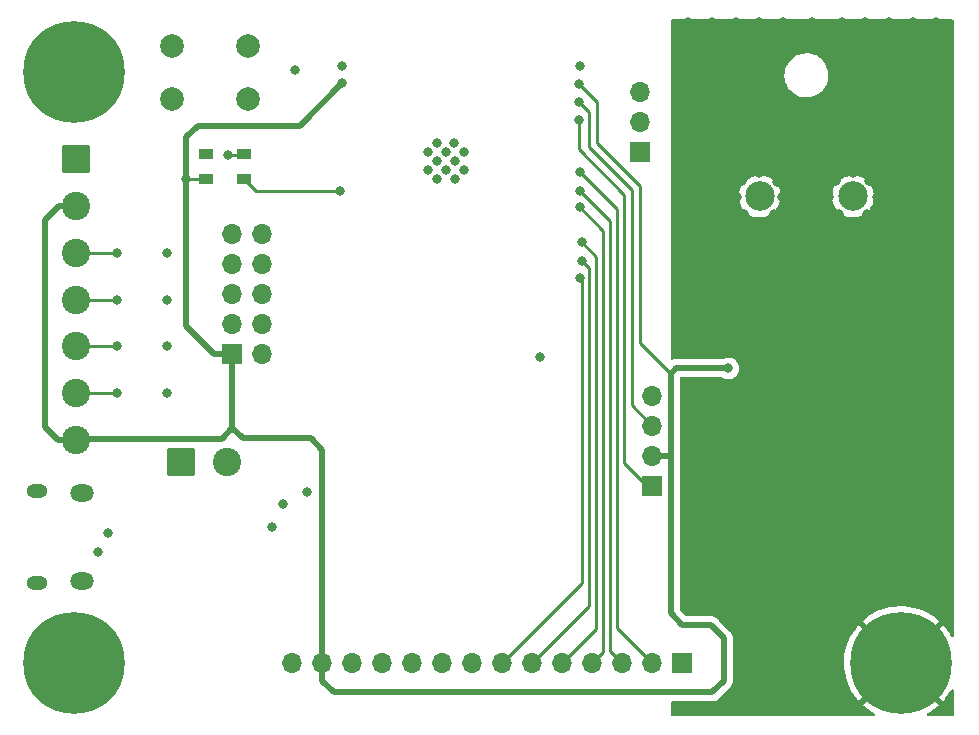
<source format=gbr>
%TF.GenerationSoftware,KiCad,Pcbnew,6.0.10+dfsg-2*%
%TF.CreationDate,2023-02-01T09:38:30-05:00*%
%TF.ProjectId,ParentsStove,50617265-6e74-4735-9374-6f76652e6b69,rev?*%
%TF.SameCoordinates,Original*%
%TF.FileFunction,Copper,L4,Bot*%
%TF.FilePolarity,Positive*%
%FSLAX46Y46*%
G04 Gerber Fmt 4.6, Leading zero omitted, Abs format (unit mm)*
G04 Created by KiCad (PCBNEW 6.0.10+dfsg-2) date 2023-02-01 09:38:30*
%MOMM*%
%LPD*%
G01*
G04 APERTURE LIST*
G04 Aperture macros list*
%AMRoundRect*
0 Rectangle with rounded corners*
0 $1 Rounding radius*
0 $2 $3 $4 $5 $6 $7 $8 $9 X,Y pos of 4 corners*
0 Add a 4 corners polygon primitive as box body*
4,1,4,$2,$3,$4,$5,$6,$7,$8,$9,$2,$3,0*
0 Add four circle primitives for the rounded corners*
1,1,$1+$1,$2,$3*
1,1,$1+$1,$4,$5*
1,1,$1+$1,$6,$7*
1,1,$1+$1,$8,$9*
0 Add four rect primitives between the rounded corners*
20,1,$1+$1,$2,$3,$4,$5,0*
20,1,$1+$1,$4,$5,$6,$7,0*
20,1,$1+$1,$6,$7,$8,$9,0*
20,1,$1+$1,$8,$9,$2,$3,0*%
G04 Aperture macros list end*
%TA.AperFunction,ComponentPad*%
%ADD10C,0.800000*%
%TD*%
%TA.AperFunction,ComponentPad*%
%ADD11O,1.800000X1.150000*%
%TD*%
%TA.AperFunction,ComponentPad*%
%ADD12O,2.000000X1.450000*%
%TD*%
%TA.AperFunction,ComponentPad*%
%ADD13RoundRect,0.250001X-0.949999X-0.949999X0.949999X-0.949999X0.949999X0.949999X-0.949999X0.949999X0*%
%TD*%
%TA.AperFunction,ComponentPad*%
%ADD14C,2.400000*%
%TD*%
%TA.AperFunction,ComponentPad*%
%ADD15R,1.700000X1.700000*%
%TD*%
%TA.AperFunction,ComponentPad*%
%ADD16O,1.700000X1.700000*%
%TD*%
%TA.AperFunction,ComponentPad*%
%ADD17C,2.000000*%
%TD*%
%TA.AperFunction,ComponentPad*%
%ADD18C,0.900000*%
%TD*%
%TA.AperFunction,ComponentPad*%
%ADD19C,8.600000*%
%TD*%
%TA.AperFunction,ComponentPad*%
%ADD20RoundRect,0.250001X-0.949999X0.949999X-0.949999X-0.949999X0.949999X-0.949999X0.949999X0.949999X0*%
%TD*%
%TA.AperFunction,SMDPad,CuDef*%
%ADD21R,1.300000X0.900000*%
%TD*%
%TA.AperFunction,ComponentPad*%
%ADD22C,2.500000*%
%TD*%
%TA.AperFunction,ViaPad*%
%ADD23C,0.800000*%
%TD*%
%TA.AperFunction,Conductor*%
%ADD24C,0.500000*%
%TD*%
%TA.AperFunction,Conductor*%
%ADD25C,0.250000*%
%TD*%
G04 APERTURE END LIST*
D10*
%TO.P,U5,43,GND*%
%TO.N,GND*%
X140690000Y-91000000D03*
X142290000Y-94000000D03*
X139990000Y-93225000D03*
X142987200Y-93231800D03*
X140690000Y-92525000D03*
X142290000Y-92525000D03*
X141490000Y-91725000D03*
X139990000Y-91725000D03*
X142990000Y-91725000D03*
X141500000Y-93225000D03*
X142190000Y-91000000D03*
X140690000Y-94000000D03*
%TD*%
D11*
%TO.P,J1,6,Shield*%
%TO.N,GND*%
X106850000Y-128200000D03*
D12*
X110650000Y-120600000D03*
D11*
X106850000Y-120450000D03*
D12*
X110650000Y-128050000D03*
%TD*%
D13*
%TO.P,J7,1,Pin_1*%
%TO.N,+5V*%
X119020000Y-117982500D03*
D14*
%TO.P,J7,2,Pin_2*%
%TO.N,GND*%
X122980000Y-117982500D03*
%TD*%
D15*
%TO.P,J6,1,Pin_1*%
%TO.N,+3V3*%
X123400000Y-108834000D03*
D16*
%TO.P,J6,2,Pin_2*%
%TO.N,+5V*%
X125940000Y-108834000D03*
%TO.P,J6,3,Pin_3*%
%TO.N,/SPI2_MISO*%
X123400000Y-106294000D03*
%TO.P,J6,4,Pin_4*%
%TO.N,/SPI2_SCLK*%
X125940000Y-106294000D03*
%TO.P,J6,5,Pin_5*%
%TO.N,/SPI2_MOSI*%
X123400000Y-103754000D03*
%TO.P,J6,6,Pin_6*%
%TO.N,/SPI2_CS0*%
X125940000Y-103754000D03*
%TO.P,J6,7,Pin_7*%
%TO.N,/LCD_BCKL*%
X123400000Y-101214000D03*
%TO.P,J6,8,Pin_8*%
%TO.N,/LCD_RST*%
X125940000Y-101214000D03*
%TO.P,J6,9,Pin_9*%
%TO.N,/LCD_DC*%
X123400000Y-98674000D03*
%TO.P,J6,10,Pin_10*%
%TO.N,GND*%
X125940000Y-98674000D03*
%TD*%
D15*
%TO.P,J3,1,Pin_1*%
%TO.N,/UART_TX*%
X157952000Y-91700000D03*
D16*
%TO.P,J3,2,Pin_2*%
%TO.N,GND*%
X157952000Y-89160000D03*
%TO.P,J3,3,Pin_3*%
%TO.N,/UART_RX*%
X157952000Y-86620000D03*
%TD*%
D17*
%TO.P,SW1,1,1*%
%TO.N,GND*%
X118250000Y-82750000D03*
X124750000Y-82750000D03*
%TO.P,SW1,2,2*%
%TO.N,/BootMode*%
X118250000Y-87250000D03*
X124750000Y-87250000D03*
%TD*%
D18*
%TO.P,H4,1,1*%
%TO.N,GND*%
X110000000Y-81775000D03*
X110000000Y-88225000D03*
X112280419Y-87280419D03*
X113225000Y-85000000D03*
X107719581Y-87280419D03*
X106775000Y-85000000D03*
X112280419Y-82719581D03*
X107719581Y-82719581D03*
D19*
X110000000Y-85000000D03*
%TD*%
D18*
%TO.P,H3,1,1*%
%TO.N,GND*%
X180000000Y-131775000D03*
X177719581Y-137280419D03*
X176775000Y-135000000D03*
D19*
X180000000Y-135000000D03*
D18*
X177719581Y-132719581D03*
X182280419Y-132719581D03*
X183225000Y-135000000D03*
X182280419Y-137280419D03*
X180000000Y-138225000D03*
%TD*%
D15*
%TO.P,J5,1,Pin_1*%
%TO.N,+5V*%
X161500000Y-135000000D03*
D16*
%TO.P,J5,2,Pin_2*%
%TO.N,/Down_Draft_Low*%
X158960000Y-135000000D03*
%TO.P,J5,3,Pin_3*%
%TO.N,/Down_Draft_High*%
X156420000Y-135000000D03*
%TO.P,J5,4,Pin_4*%
%TO.N,/Cooling Fan*%
X153880000Y-135000000D03*
%TO.P,J5,5,Pin_5*%
%TO.N,/Light*%
X151340000Y-135000000D03*
%TO.P,J5,6,Pin_6*%
%TO.N,/Fan_Low*%
X148800000Y-135000000D03*
%TO.P,J5,7,Pin_7*%
%TO.N,/Fan_High*%
X146260000Y-135000000D03*
%TO.P,J5,8,Pin_8*%
%TO.N,/Bake_A*%
X143720000Y-135000000D03*
%TO.P,J5,9,Pin_9*%
%TO.N,/Bake_B*%
X141180000Y-135000000D03*
%TO.P,J5,10,Pin_10*%
%TO.N,/Broil_A*%
X138640000Y-135000000D03*
%TO.P,J5,11,Pin_11*%
%TO.N,/Broil_Convection_B*%
X136100000Y-135000000D03*
%TO.P,J5,12,Pin_12*%
%TO.N,/Convection_A*%
X133560000Y-135000000D03*
%TO.P,J5,13,Pin_13*%
%TO.N,+3V3*%
X131020000Y-135000000D03*
%TO.P,J5,14,Pin_14*%
%TO.N,GND*%
X128480000Y-135000000D03*
%TD*%
D15*
%TO.P,J4,1,Pin_1*%
%TO.N,/SDA*%
X158968000Y-120040000D03*
D16*
%TO.P,J4,2,Pin_2*%
%TO.N,+3V3*%
X158968000Y-117500000D03*
%TO.P,J4,3,Pin_3*%
%TO.N,/SCL*%
X158968000Y-114960000D03*
%TO.P,J4,4,Pin_4*%
%TO.N,GND*%
X158968000Y-112420000D03*
%TD*%
D18*
%TO.P,H5,1,1*%
%TO.N,GND*%
X107719581Y-132719581D03*
X112280419Y-137280419D03*
X106775000Y-135000000D03*
X110000000Y-131775000D03*
X113225000Y-135000000D03*
X110000000Y-138225000D03*
D19*
X110000000Y-135000000D03*
D18*
X107719581Y-137280419D03*
X112280419Y-132719581D03*
%TD*%
D20*
%TO.P,J2,1,Pin_1*%
%TO.N,unconnected-(J2-Pad1)*%
X110140000Y-92356000D03*
D14*
%TO.P,J2,2,Pin_2*%
%TO.N,+3V3*%
X110140000Y-96316000D03*
%TO.P,J2,3,Pin_3*%
%TO.N,/Cancel*%
X110140000Y-100276000D03*
%TO.P,J2,4,Pin_4*%
%TO.N,/Door Unlocked*%
X110140000Y-104236000D03*
%TO.P,J2,5,Pin_5*%
%TO.N,/Door Locked*%
X110140000Y-108196000D03*
%TO.P,J2,6,Pin_6*%
%TO.N,/Door Open*%
X110140000Y-112156000D03*
%TO.P,J2,7,Pin_7*%
%TO.N,+3V3*%
X110140000Y-116116000D03*
%TD*%
D21*
%TO.P,U3,1,GND*%
%TO.N,GND*%
X124380000Y-91880000D03*
%TO.P,U3,2,DI*%
%TO.N,/LED*%
X124380000Y-94020000D03*
%TO.P,U3,3,VDD*%
%TO.N,+3V3*%
X121200000Y-94020000D03*
%TO.P,U3,4,DO*%
%TO.N,unconnected-(U3-Pad4)*%
X121200000Y-91880000D03*
%TD*%
D22*
%TO.P,TC1,1,+*%
%TO.N,Net-(FB1-Pad1)*%
X175950000Y-95500000D03*
%TO.P,TC1,2,-*%
%TO.N,Net-(FB2-Pad1)*%
X168050000Y-95500000D03*
%TD*%
D23*
%TO.N,+3V3*%
X165400000Y-110050000D03*
X119500000Y-94000000D03*
X152750000Y-86000000D03*
X132690000Y-85925000D03*
%TO.N,GND*%
X112000000Y-125625000D03*
X175940000Y-93556000D03*
X183000000Y-80750000D03*
X184000000Y-81750000D03*
X175574000Y-111290000D03*
X173000000Y-111000000D03*
X170000000Y-116000000D03*
X172000000Y-110000000D03*
X166750000Y-102000000D03*
X178250000Y-107500000D03*
X117883750Y-112156000D03*
X164750000Y-114750000D03*
X184000000Y-93750000D03*
X178000000Y-114750000D03*
X177000000Y-111000000D03*
X167750000Y-113750000D03*
X184000000Y-87750000D03*
X179750000Y-119750000D03*
X161000000Y-97750000D03*
X169500000Y-105500000D03*
X117883750Y-100276000D03*
X166750000Y-99000000D03*
X132690000Y-84425000D03*
X166000000Y-111500000D03*
X165000000Y-124000000D03*
X166750000Y-103250000D03*
X177340000Y-94156000D03*
X161000000Y-95750000D03*
X174740000Y-96956000D03*
X161000000Y-99750000D03*
X168487500Y-108850000D03*
X173000000Y-100750000D03*
X179000000Y-80750000D03*
X184000000Y-99750000D03*
X165000000Y-126250000D03*
X184000000Y-113750000D03*
X165000000Y-130500000D03*
X166750000Y-100750000D03*
X161000000Y-107750000D03*
X152815000Y-84425000D03*
X177940000Y-95556000D03*
X170000000Y-80750000D03*
X161750000Y-112750000D03*
X178000000Y-112000000D03*
X126725000Y-123525000D03*
X181250000Y-115250000D03*
X182000000Y-119750000D03*
X184000000Y-119750000D03*
X184000000Y-83750000D03*
X166750000Y-96956000D03*
X166540000Y-94156000D03*
X176000000Y-116000000D03*
X149440000Y-109075000D03*
X184000000Y-111750000D03*
X161000000Y-89750000D03*
X123000000Y-92000000D03*
X161000000Y-83750000D03*
X166000000Y-80750000D03*
X167000000Y-134800000D03*
X177050000Y-98750000D03*
X177000000Y-102000000D03*
X177000000Y-103250000D03*
X128690000Y-84825000D03*
X173250000Y-119750000D03*
X167000000Y-130500000D03*
X169000000Y-119750000D03*
X175750000Y-104000000D03*
X171000000Y-119750000D03*
X163750000Y-111250000D03*
X169500000Y-100750000D03*
X168487500Y-111350000D03*
X167000000Y-119750000D03*
X172000000Y-103000000D03*
X178000000Y-113500000D03*
X162000000Y-80750000D03*
X184000000Y-91750000D03*
X179500000Y-108750000D03*
X175500000Y-119750000D03*
X172500000Y-80750000D03*
X168000000Y-104000000D03*
X177000000Y-80750000D03*
X178000000Y-116000000D03*
X184000000Y-101750000D03*
X175574000Y-110274000D03*
X165000000Y-121750000D03*
X165000000Y-108500000D03*
X175000000Y-80750000D03*
X164000000Y-80750000D03*
X129725000Y-120525000D03*
X161000000Y-93750000D03*
X166000000Y-116000000D03*
X174000000Y-116000000D03*
X177750000Y-119750000D03*
X169940000Y-95556000D03*
X161750000Y-111250000D03*
X171000000Y-111000000D03*
X174500000Y-100750000D03*
X165000000Y-128500000D03*
X167000000Y-132800000D03*
X168000000Y-93556000D03*
X163500000Y-113000000D03*
X181000000Y-80750000D03*
X168000000Y-80750000D03*
X169500000Y-112500000D03*
X173940000Y-95556000D03*
X173000000Y-109000000D03*
X181250000Y-117250000D03*
X180000000Y-118500000D03*
X127725000Y-121525000D03*
X184000000Y-105750000D03*
X161000000Y-87750000D03*
X184000000Y-109750000D03*
X181250000Y-113000000D03*
X161000000Y-103750000D03*
X161000000Y-81750000D03*
X169500000Y-104000000D03*
X174540000Y-94156000D03*
X117883750Y-108196000D03*
X161000000Y-85750000D03*
X112900000Y-124025000D03*
X169250000Y-99000000D03*
X169500000Y-107000000D03*
X172000000Y-113750000D03*
X184000000Y-103750000D03*
X184000000Y-117750000D03*
X167000000Y-138800000D03*
X161000000Y-91750000D03*
X174750000Y-99000000D03*
X172000000Y-116000000D03*
X171000000Y-109000000D03*
X174500000Y-112500000D03*
X184000000Y-89750000D03*
X162750000Y-108750000D03*
X169250000Y-96956000D03*
X161000000Y-105750000D03*
X175000000Y-107500000D03*
X176500000Y-107500000D03*
X117883750Y-104236000D03*
X166140000Y-95556000D03*
X174500000Y-105750000D03*
X165000000Y-119750000D03*
X184000000Y-107750000D03*
X167000000Y-136800000D03*
X168000000Y-116000000D03*
X171000000Y-100750000D03*
X174500000Y-104000000D03*
X169540000Y-94250000D03*
X181000000Y-110500000D03*
X177000000Y-100750000D03*
X184000000Y-97750000D03*
X166938000Y-106718000D03*
X161000000Y-101750000D03*
X184000000Y-85750000D03*
X184000000Y-115750000D03*
X184000000Y-95750000D03*
X177140000Y-96956000D03*
%TO.N,/Door Locked*%
X113640000Y-108196000D03*
%TO.N,/Door Unlocked*%
X113640000Y-104236000D03*
%TO.N,/Door Open*%
X113640000Y-112156000D03*
%TO.N,/Fan_High*%
X152800000Y-102400000D03*
%TO.N,/Fan_Low*%
X153000000Y-101000000D03*
%TO.N,/Down_Draft_High*%
X152800000Y-95000000D03*
%TO.N,/Down_Draft_Low*%
X152800000Y-93400000D03*
%TO.N,/Cooling Fan*%
X152800000Y-96400000D03*
%TO.N,/Cancel*%
X113640000Y-100276000D03*
%TO.N,/SDA*%
X152750000Y-89000000D03*
%TO.N,/SCL*%
X152750000Y-87500000D03*
%TO.N,/Light*%
X153000000Y-99400000D03*
%TO.N,/LED*%
X132500000Y-95000000D03*
%TD*%
D24*
%TO.N,+3V3*%
X120500000Y-89500000D02*
X119500000Y-90500000D01*
X161500000Y-131800000D02*
X163900000Y-131800000D01*
X123400000Y-115100000D02*
X122500000Y-116000000D01*
X124267000Y-115967000D02*
X123400000Y-115100000D01*
X160500000Y-110500000D02*
X160500000Y-117400000D01*
X130033000Y-115967000D02*
X124267000Y-115967000D01*
X119500000Y-106500000D02*
X119500000Y-94000000D01*
D25*
X160500000Y-110500000D02*
X157875000Y-107875000D01*
D24*
X165000000Y-136500000D02*
X164000000Y-137500000D01*
X160500000Y-130800000D02*
X161500000Y-131800000D01*
X110256000Y-116000000D02*
X110140000Y-116116000D01*
X131020000Y-135000000D02*
X131020000Y-116954000D01*
X132690000Y-85925000D02*
X129115000Y-89500000D01*
D25*
X119520000Y-94020000D02*
X119500000Y-94000000D01*
X154250000Y-87500000D02*
X152750000Y-86000000D01*
X157875000Y-107875000D02*
X157875000Y-94625000D01*
D24*
X121834000Y-108834000D02*
X119500000Y-106500000D01*
D25*
X121200000Y-94020000D02*
X119520000Y-94020000D01*
D24*
X160500000Y-117400000D02*
X160500000Y-130800000D01*
X165400000Y-110050000D02*
X165350000Y-110000000D01*
D25*
X154250000Y-91000000D02*
X154250000Y-87500000D01*
D24*
X107500000Y-115000000D02*
X107500000Y-97500000D01*
X119500000Y-90500000D02*
X119500000Y-93000000D01*
X131020000Y-136520000D02*
X131020000Y-135000000D01*
X108684000Y-96316000D02*
X107500000Y-97500000D01*
D25*
X157875000Y-94625000D02*
X154250000Y-91000000D01*
D24*
X160500000Y-117400000D02*
X160400000Y-117500000D01*
X110140000Y-116116000D02*
X108616000Y-116116000D01*
X122500000Y-116000000D02*
X110256000Y-116000000D01*
X123400000Y-108834000D02*
X121834000Y-108834000D01*
X123400000Y-108834000D02*
X123400000Y-112400000D01*
X160400000Y-117500000D02*
X158968000Y-117500000D01*
X129115000Y-89500000D02*
X120500000Y-89500000D01*
X110140000Y-96316000D02*
X108684000Y-96316000D01*
X132000000Y-137500000D02*
X131020000Y-136520000D01*
X165350000Y-110000000D02*
X161000000Y-110000000D01*
X131020000Y-116954000D02*
X130033000Y-115967000D01*
X123400000Y-115100000D02*
X123400000Y-112400000D01*
X163900000Y-131800000D02*
X165000000Y-132900000D01*
X165000000Y-132900000D02*
X165000000Y-136500000D01*
X161000000Y-110000000D02*
X160500000Y-110500000D01*
X119500000Y-94000000D02*
X119500000Y-93000000D01*
X164000000Y-137500000D02*
X132000000Y-137500000D01*
X108616000Y-116116000D02*
X107500000Y-115000000D01*
D25*
%TO.N,GND*%
X123000000Y-92000000D02*
X124260000Y-92000000D01*
X124260000Y-92000000D02*
X124380000Y-91880000D01*
%TO.N,/Door Locked*%
X110140000Y-108196000D02*
X113640000Y-108196000D01*
%TO.N,/Door Unlocked*%
X110140000Y-104236000D02*
X113640000Y-104236000D01*
%TO.N,/Door Open*%
X110140000Y-112156000D02*
X113640000Y-112156000D01*
%TO.N,/Fan_High*%
X153000000Y-128260000D02*
X146260000Y-135000000D01*
X153000000Y-102600000D02*
X153000000Y-128260000D01*
%TO.N,/Fan_Low*%
X153000000Y-101000000D02*
X153600000Y-101600000D01*
X153600000Y-101600000D02*
X153600000Y-130200000D01*
X153600000Y-130200000D02*
X148800000Y-135000000D01*
%TO.N,/Down_Draft_High*%
X155400000Y-133980000D02*
X155400000Y-97600000D01*
X156420000Y-135000000D02*
X155400000Y-133980000D01*
X155400000Y-97600000D02*
X152800000Y-95000000D01*
%TO.N,/Down_Draft_Low*%
X156000000Y-132040000D02*
X156000000Y-96600000D01*
X156000000Y-96600000D02*
X152800000Y-93400000D01*
X158960000Y-135000000D02*
X156000000Y-132040000D01*
%TO.N,/Cooling Fan*%
X152800000Y-96400000D02*
X154800000Y-98400000D01*
X154800000Y-134080000D02*
X153880000Y-135000000D01*
X154800000Y-98400000D02*
X154800000Y-134080000D01*
%TO.N,/Cancel*%
X113640000Y-100276000D02*
X110140000Y-100276000D01*
%TO.N,/SDA*%
X158540000Y-120040000D02*
X156600000Y-118100000D01*
X152750000Y-91500000D02*
X152750000Y-89000000D01*
X156600000Y-95350000D02*
X152750000Y-91500000D01*
X156600000Y-118100000D02*
X156600000Y-95350000D01*
%TO.N,/SCL*%
X153587000Y-91337000D02*
X153587000Y-88337000D01*
X153587000Y-88337000D02*
X152750000Y-87500000D01*
X157200000Y-113200000D02*
X157200000Y-94950000D01*
X157200000Y-94950000D02*
X153587000Y-91337000D01*
X158960000Y-114960000D02*
X157200000Y-113200000D01*
%TO.N,/Light*%
X154200000Y-100600000D02*
X154200000Y-132140000D01*
X154200000Y-132140000D02*
X151340000Y-135000000D01*
X153000000Y-99400000D02*
X154200000Y-100600000D01*
%TO.N,/LED*%
X125360000Y-95000000D02*
X124380000Y-94020000D01*
X132500000Y-95000000D02*
X125360000Y-95000000D01*
%TD*%
%TA.AperFunction,Conductor*%
%TO.N,GND*%
G36*
X184433621Y-80528502D02*
G01*
X184480114Y-80582158D01*
X184491500Y-80634500D01*
X184491500Y-132700412D01*
X184471498Y-132768533D01*
X184417842Y-132815026D01*
X184347568Y-132825130D01*
X184282988Y-132795636D01*
X184254300Y-132759662D01*
X184143936Y-132552535D01*
X184141085Y-132547713D01*
X183909974Y-132193865D01*
X183906692Y-132189297D01*
X183645030Y-131857380D01*
X183641382Y-131853155D01*
X183588103Y-131796715D01*
X183574389Y-131788705D01*
X183573517Y-131788742D01*
X183565438Y-131793772D01*
X183165717Y-132193493D01*
X182280419Y-133078790D01*
X181754332Y-133604878D01*
X180372022Y-134987188D01*
X180364408Y-135001132D01*
X180364539Y-135002965D01*
X180368790Y-135009580D01*
X181754331Y-136395121D01*
X182260492Y-136901283D01*
X182280418Y-136921209D01*
X183165716Y-137806506D01*
X183562142Y-138202932D01*
X183575903Y-138210446D01*
X183585263Y-138203989D01*
X183754244Y-138011303D01*
X183757744Y-138006935D01*
X184007073Y-137665645D01*
X184010168Y-137660987D01*
X184228160Y-137298903D01*
X184230841Y-137293964D01*
X184252204Y-137250067D01*
X184299998Y-137197567D01*
X184368589Y-137179241D01*
X184436199Y-137200907D01*
X184481362Y-137255686D01*
X184491500Y-137305203D01*
X184491500Y-139365500D01*
X184471498Y-139433621D01*
X184417842Y-139480114D01*
X184365500Y-139491500D01*
X182299988Y-139491500D01*
X182231867Y-139471498D01*
X182185374Y-139417842D01*
X182175270Y-139347568D01*
X182204764Y-139282988D01*
X182240156Y-139254612D01*
X182469131Y-139131063D01*
X182473935Y-139128188D01*
X182826563Y-138895231D01*
X182831126Y-138891916D01*
X183161658Y-138628529D01*
X183165873Y-138624852D01*
X183203823Y-138588649D01*
X183211763Y-138574890D01*
X183211713Y-138573843D01*
X183206822Y-138566032D01*
X182806507Y-138165717D01*
X181921210Y-137280419D01*
X181395122Y-136754332D01*
X180012812Y-135372022D01*
X179998868Y-135364408D01*
X179997035Y-135364539D01*
X179990420Y-135368790D01*
X178604879Y-136754331D01*
X177719581Y-137639628D01*
X177193494Y-138165716D01*
X176796736Y-138562474D01*
X176789122Y-138576418D01*
X176789171Y-138577110D01*
X176794617Y-138585274D01*
X176872268Y-138657812D01*
X176876507Y-138661433D01*
X177209802Y-138921363D01*
X177214359Y-138924602D01*
X177569448Y-139153880D01*
X177574267Y-139156696D01*
X177759196Y-139253992D01*
X177810169Y-139303411D01*
X177826332Y-139372543D01*
X177802553Y-139439440D01*
X177746383Y-139482860D01*
X177700529Y-139491500D01*
X160626000Y-139491500D01*
X160557879Y-139471498D01*
X160511386Y-139417842D01*
X160500000Y-139365500D01*
X160500000Y-138384500D01*
X160520002Y-138316379D01*
X160573658Y-138269886D01*
X160626000Y-138258500D01*
X163932930Y-138258500D01*
X163951880Y-138259933D01*
X163966115Y-138262099D01*
X163966119Y-138262099D01*
X163973349Y-138263199D01*
X163980641Y-138262606D01*
X163980644Y-138262606D01*
X164026018Y-138258915D01*
X164036233Y-138258500D01*
X164044293Y-138258500D01*
X164057583Y-138256951D01*
X164072507Y-138255211D01*
X164076882Y-138254778D01*
X164142339Y-138249454D01*
X164142342Y-138249453D01*
X164149637Y-138248860D01*
X164156601Y-138246604D01*
X164162560Y-138245413D01*
X164168415Y-138244029D01*
X164175681Y-138243182D01*
X164244327Y-138218265D01*
X164248455Y-138216848D01*
X164310936Y-138196607D01*
X164310938Y-138196606D01*
X164317899Y-138194351D01*
X164324154Y-138190555D01*
X164329628Y-138188049D01*
X164335058Y-138185330D01*
X164341937Y-138182833D01*
X164402976Y-138142814D01*
X164406680Y-138140477D01*
X164469107Y-138102595D01*
X164477484Y-138095197D01*
X164477508Y-138095224D01*
X164480500Y-138092571D01*
X164483733Y-138089868D01*
X164489852Y-138085856D01*
X164543128Y-138029617D01*
X164545506Y-138027175D01*
X165488911Y-137083770D01*
X165503323Y-137071384D01*
X165514918Y-137062851D01*
X165514923Y-137062846D01*
X165520818Y-137058508D01*
X165525557Y-137052930D01*
X165525560Y-137052927D01*
X165555035Y-137018232D01*
X165561965Y-137010716D01*
X165567661Y-137005020D01*
X165569924Y-137002159D01*
X165569929Y-137002154D01*
X165585293Y-136982734D01*
X165588082Y-136979333D01*
X165630592Y-136929296D01*
X165630594Y-136929294D01*
X165635333Y-136923715D01*
X165638662Y-136917195D01*
X165642028Y-136912148D01*
X165645193Y-136907024D01*
X165649735Y-136901283D01*
X165680637Y-136835164D01*
X165682565Y-136831218D01*
X165712442Y-136772708D01*
X165712443Y-136772706D01*
X165715769Y-136766192D01*
X165717508Y-136759086D01*
X165719609Y-136753436D01*
X165721524Y-136747679D01*
X165724622Y-136741050D01*
X165739491Y-136669565D01*
X165740461Y-136665282D01*
X165757808Y-136594390D01*
X165758500Y-136583236D01*
X165758535Y-136583238D01*
X165758775Y-136579266D01*
X165759152Y-136575045D01*
X165760641Y-136567885D01*
X165758546Y-136490458D01*
X165758500Y-136487050D01*
X165758500Y-134876825D01*
X175188855Y-134876825D01*
X175196600Y-135299410D01*
X175196950Y-135304976D01*
X175242231Y-135725208D01*
X175243078Y-135730746D01*
X175325535Y-136145286D01*
X175326864Y-136150698D01*
X175445852Y-136556289D01*
X175447658Y-136561564D01*
X175602219Y-136954948D01*
X175604501Y-136960072D01*
X175793416Y-137338150D01*
X175796140Y-137343043D01*
X176017917Y-137702833D01*
X176021068Y-137707469D01*
X176273955Y-138046127D01*
X176277488Y-138050444D01*
X176413222Y-138201988D01*
X176426717Y-138210351D01*
X176436128Y-138204662D01*
X176834283Y-137806507D01*
X177719581Y-136921210D01*
X177739507Y-136901284D01*
X178245668Y-136395122D01*
X179627978Y-135012812D01*
X179635592Y-134998868D01*
X179635461Y-134997035D01*
X179631210Y-134990420D01*
X178245669Y-133604879D01*
X177360372Y-132719581D01*
X176834284Y-132193494D01*
X176435561Y-131794771D01*
X176422253Y-131787504D01*
X176412214Y-131794626D01*
X176168223Y-132087994D01*
X176164828Y-132092467D01*
X175924528Y-132440152D01*
X175921549Y-132444902D01*
X175713106Y-132812575D01*
X175710562Y-132817568D01*
X175535629Y-133202312D01*
X175533538Y-133207511D01*
X175393498Y-133606290D01*
X175391877Y-133611659D01*
X175287840Y-134021303D01*
X175286706Y-134026776D01*
X175219496Y-134444054D01*
X175218851Y-134449632D01*
X175189002Y-134871204D01*
X175188855Y-134876825D01*
X165758500Y-134876825D01*
X165758500Y-132967070D01*
X165759933Y-132948120D01*
X165762099Y-132933885D01*
X165762099Y-132933881D01*
X165763199Y-132926651D01*
X165758915Y-132873982D01*
X165758500Y-132863767D01*
X165758500Y-132855707D01*
X165755209Y-132827480D01*
X165754778Y-132823121D01*
X165753920Y-132812575D01*
X165748860Y-132750364D01*
X165746605Y-132743403D01*
X165745418Y-132737463D01*
X165744029Y-132731588D01*
X165743182Y-132724319D01*
X165718264Y-132655670D01*
X165716847Y-132651542D01*
X165696607Y-132589064D01*
X165696606Y-132589062D01*
X165694351Y-132582101D01*
X165690555Y-132575846D01*
X165688049Y-132570372D01*
X165685330Y-132564942D01*
X165682833Y-132558063D01*
X165655104Y-132515769D01*
X165642814Y-132497024D01*
X165640467Y-132493305D01*
X165633950Y-132482565D01*
X165602595Y-132430893D01*
X165595197Y-132422516D01*
X165595224Y-132422492D01*
X165592571Y-132419500D01*
X165589868Y-132416267D01*
X165585856Y-132410148D01*
X165529617Y-132356872D01*
X165527175Y-132354494D01*
X164597137Y-131424456D01*
X176788031Y-131424456D01*
X176794139Y-131434929D01*
X177193493Y-131834283D01*
X177654864Y-132295655D01*
X177719580Y-132360371D01*
X178604878Y-133245668D01*
X179987188Y-134627978D01*
X180001132Y-134635592D01*
X180002965Y-134635461D01*
X180009580Y-134631210D01*
X181395121Y-133245669D01*
X182280419Y-132360372D01*
X182345135Y-132295656D01*
X182806506Y-131834284D01*
X183202754Y-131438036D01*
X183210316Y-131424187D01*
X183203987Y-131414962D01*
X183030928Y-131261582D01*
X183026561Y-131258046D01*
X182686600Y-131006948D01*
X182681947Y-131003821D01*
X182320995Y-130783926D01*
X182316094Y-130781232D01*
X181937027Y-130594297D01*
X181931904Y-130592048D01*
X181537707Y-130439545D01*
X181532417Y-130437765D01*
X181126218Y-130320904D01*
X181120794Y-130319602D01*
X180705822Y-130239316D01*
X180700293Y-130238500D01*
X180279828Y-130195420D01*
X180274247Y-130195098D01*
X179851635Y-130189566D01*
X179846024Y-130189742D01*
X179424593Y-130221800D01*
X179419036Y-130222472D01*
X179002128Y-130291864D01*
X178996631Y-130293032D01*
X178587547Y-130399209D01*
X178582181Y-130400861D01*
X178184153Y-130542983D01*
X178178965Y-130545100D01*
X177795133Y-130722050D01*
X177790164Y-130724614D01*
X177423581Y-130934984D01*
X177418848Y-130937987D01*
X177072420Y-131180109D01*
X177067979Y-131183517D01*
X176796476Y-131411739D01*
X176788031Y-131424456D01*
X164597137Y-131424456D01*
X164483770Y-131311089D01*
X164471384Y-131296677D01*
X164462851Y-131285082D01*
X164462846Y-131285077D01*
X164458508Y-131279182D01*
X164452930Y-131274443D01*
X164452927Y-131274440D01*
X164418232Y-131244965D01*
X164410716Y-131238035D01*
X164405021Y-131232340D01*
X164398880Y-131227482D01*
X164382749Y-131214719D01*
X164379345Y-131211928D01*
X164329297Y-131169409D01*
X164329295Y-131169408D01*
X164323715Y-131164667D01*
X164317199Y-131161339D01*
X164312150Y-131157972D01*
X164307021Y-131154805D01*
X164301284Y-131150266D01*
X164235125Y-131119345D01*
X164231225Y-131117439D01*
X164166192Y-131084231D01*
X164159084Y-131082492D01*
X164153441Y-131080393D01*
X164147678Y-131078476D01*
X164141050Y-131075378D01*
X164069583Y-131060513D01*
X164065299Y-131059543D01*
X163994390Y-131042192D01*
X163988788Y-131041844D01*
X163988785Y-131041844D01*
X163983236Y-131041500D01*
X163983238Y-131041464D01*
X163979245Y-131041225D01*
X163975053Y-131040851D01*
X163967885Y-131039360D01*
X163901675Y-131041151D01*
X163890479Y-131041454D01*
X163887072Y-131041500D01*
X161866371Y-131041500D01*
X161798250Y-131021498D01*
X161777276Y-131004595D01*
X161295405Y-130522724D01*
X161261379Y-130460412D01*
X161258500Y-130433629D01*
X161258500Y-117487941D01*
X161258999Y-117476740D01*
X161259150Y-117475050D01*
X161260640Y-117467885D01*
X161258546Y-117390479D01*
X161258500Y-117387072D01*
X161258500Y-110884500D01*
X161278502Y-110816379D01*
X161332158Y-110769886D01*
X161384500Y-110758500D01*
X164788595Y-110758500D01*
X164856716Y-110778502D01*
X164862656Y-110782564D01*
X164943248Y-110841118D01*
X164949276Y-110843802D01*
X164949278Y-110843803D01*
X165040686Y-110884500D01*
X165117712Y-110918794D01*
X165211113Y-110938647D01*
X165298056Y-110957128D01*
X165298061Y-110957128D01*
X165304513Y-110958500D01*
X165495487Y-110958500D01*
X165501939Y-110957128D01*
X165501944Y-110957128D01*
X165588887Y-110938647D01*
X165682288Y-110918794D01*
X165759314Y-110884500D01*
X165850722Y-110843803D01*
X165850724Y-110843802D01*
X165856752Y-110841118D01*
X165893828Y-110814181D01*
X165970465Y-110758500D01*
X166011253Y-110728866D01*
X166139040Y-110586944D01*
X166234527Y-110421556D01*
X166293542Y-110239928D01*
X166313504Y-110050000D01*
X166293542Y-109860072D01*
X166234527Y-109678444D01*
X166139040Y-109513056D01*
X166034908Y-109397405D01*
X166015675Y-109376045D01*
X166015674Y-109376044D01*
X166011253Y-109371134D01*
X165912157Y-109299136D01*
X165862094Y-109262763D01*
X165862093Y-109262762D01*
X165856752Y-109258882D01*
X165850724Y-109256198D01*
X165850722Y-109256197D01*
X165688319Y-109183891D01*
X165688318Y-109183891D01*
X165682288Y-109181206D01*
X165588887Y-109161353D01*
X165501944Y-109142872D01*
X165501939Y-109142872D01*
X165495487Y-109141500D01*
X165304513Y-109141500D01*
X165298061Y-109142872D01*
X165298056Y-109142872D01*
X165211112Y-109161353D01*
X165117712Y-109181206D01*
X165111682Y-109183891D01*
X165111681Y-109183891D01*
X165006755Y-109230607D01*
X164955506Y-109241500D01*
X161067070Y-109241500D01*
X161048120Y-109240067D01*
X161033885Y-109237901D01*
X161033881Y-109237901D01*
X161026651Y-109236801D01*
X161019359Y-109237394D01*
X161019356Y-109237394D01*
X160973982Y-109241085D01*
X160963767Y-109241500D01*
X160955707Y-109241500D01*
X160952073Y-109241924D01*
X160952067Y-109241924D01*
X160939042Y-109243443D01*
X160927480Y-109244791D01*
X160923132Y-109245221D01*
X160850364Y-109251140D01*
X160843403Y-109253395D01*
X160837463Y-109254582D01*
X160831588Y-109255971D01*
X160824319Y-109256818D01*
X160755670Y-109281736D01*
X160751542Y-109283153D01*
X160689067Y-109303392D01*
X160689065Y-109303393D01*
X160682101Y-109305649D01*
X160677612Y-109308373D01*
X160608191Y-109318424D01*
X160543581Y-109288994D01*
X160505139Y-109229306D01*
X160500000Y-109193689D01*
X160500000Y-95453839D01*
X166287173Y-95453839D01*
X166299713Y-95714908D01*
X166350704Y-95971256D01*
X166439026Y-96217252D01*
X166441242Y-96221376D01*
X166505753Y-96341437D01*
X166562737Y-96447491D01*
X166565532Y-96451234D01*
X166565534Y-96451237D01*
X166716330Y-96653177D01*
X166716335Y-96653183D01*
X166719122Y-96656915D01*
X166722431Y-96660195D01*
X166722436Y-96660201D01*
X166901426Y-96837635D01*
X166904743Y-96840923D01*
X166908505Y-96843681D01*
X166908508Y-96843684D01*
X167111750Y-96992707D01*
X167115524Y-96995474D01*
X167119667Y-96997654D01*
X167119669Y-96997655D01*
X167342684Y-97114989D01*
X167342689Y-97114991D01*
X167346834Y-97117172D01*
X167593590Y-97203344D01*
X167598183Y-97204216D01*
X167845785Y-97251224D01*
X167845788Y-97251224D01*
X167850374Y-97252095D01*
X167980958Y-97257226D01*
X168106875Y-97262174D01*
X168106881Y-97262174D01*
X168111543Y-97262357D01*
X168190977Y-97253657D01*
X168366707Y-97234412D01*
X168366712Y-97234411D01*
X168371360Y-97233902D01*
X168484116Y-97204216D01*
X168619594Y-97168548D01*
X168619596Y-97168547D01*
X168624117Y-97167357D01*
X168864262Y-97064182D01*
X169086519Y-96926646D01*
X169090082Y-96923629D01*
X169090087Y-96923626D01*
X169282439Y-96760787D01*
X169282440Y-96760786D01*
X169286005Y-96757768D01*
X169377729Y-96653177D01*
X169455257Y-96564774D01*
X169455261Y-96564769D01*
X169458339Y-96561259D01*
X169599733Y-96341437D01*
X169707083Y-96103129D01*
X169778030Y-95851572D01*
X169794832Y-95719496D01*
X169810616Y-95595421D01*
X169810616Y-95595417D01*
X169811014Y-95592291D01*
X169813431Y-95500000D01*
X169810001Y-95453839D01*
X174187173Y-95453839D01*
X174199713Y-95714908D01*
X174250704Y-95971256D01*
X174339026Y-96217252D01*
X174341242Y-96221376D01*
X174405753Y-96341437D01*
X174462737Y-96447491D01*
X174465532Y-96451234D01*
X174465534Y-96451237D01*
X174616330Y-96653177D01*
X174616335Y-96653183D01*
X174619122Y-96656915D01*
X174622431Y-96660195D01*
X174622436Y-96660201D01*
X174801426Y-96837635D01*
X174804743Y-96840923D01*
X174808505Y-96843681D01*
X174808508Y-96843684D01*
X175011750Y-96992707D01*
X175015524Y-96995474D01*
X175019667Y-96997654D01*
X175019669Y-96997655D01*
X175242684Y-97114989D01*
X175242689Y-97114991D01*
X175246834Y-97117172D01*
X175493590Y-97203344D01*
X175498183Y-97204216D01*
X175745785Y-97251224D01*
X175745788Y-97251224D01*
X175750374Y-97252095D01*
X175880958Y-97257226D01*
X176006875Y-97262174D01*
X176006881Y-97262174D01*
X176011543Y-97262357D01*
X176090977Y-97253657D01*
X176266707Y-97234412D01*
X176266712Y-97234411D01*
X176271360Y-97233902D01*
X176384116Y-97204216D01*
X176519594Y-97168548D01*
X176519596Y-97168547D01*
X176524117Y-97167357D01*
X176764262Y-97064182D01*
X176986519Y-96926646D01*
X176990082Y-96923629D01*
X176990087Y-96923626D01*
X177182439Y-96760787D01*
X177182440Y-96760786D01*
X177186005Y-96757768D01*
X177277729Y-96653177D01*
X177355257Y-96564774D01*
X177355261Y-96564769D01*
X177358339Y-96561259D01*
X177499733Y-96341437D01*
X177607083Y-96103129D01*
X177678030Y-95851572D01*
X177694832Y-95719496D01*
X177710616Y-95595421D01*
X177710616Y-95595417D01*
X177711014Y-95592291D01*
X177713431Y-95500000D01*
X177694061Y-95239348D01*
X177682725Y-95189248D01*
X177637408Y-94988980D01*
X177636377Y-94984423D01*
X177541647Y-94740823D01*
X177411951Y-94513902D01*
X177250138Y-94308643D01*
X177059763Y-94129557D01*
X176845009Y-93980576D01*
X176840816Y-93978508D01*
X176614781Y-93867040D01*
X176614778Y-93867039D01*
X176610593Y-93864975D01*
X176564449Y-93850204D01*
X176366123Y-93786720D01*
X176361665Y-93785293D01*
X176103693Y-93743279D01*
X175989942Y-93741790D01*
X175847022Y-93739919D01*
X175847019Y-93739919D01*
X175842345Y-93739858D01*
X175583362Y-93775104D01*
X175332433Y-93848243D01*
X175328180Y-93850203D01*
X175328179Y-93850204D01*
X175291659Y-93867040D01*
X175095072Y-93957668D01*
X175056067Y-93983241D01*
X174880404Y-94098410D01*
X174880399Y-94098414D01*
X174876491Y-94100976D01*
X174681494Y-94275018D01*
X174514363Y-94475970D01*
X174378771Y-94699419D01*
X174277697Y-94940455D01*
X174213359Y-95193783D01*
X174187173Y-95453839D01*
X169810001Y-95453839D01*
X169794061Y-95239348D01*
X169782725Y-95189248D01*
X169737408Y-94988980D01*
X169736377Y-94984423D01*
X169641647Y-94740823D01*
X169511951Y-94513902D01*
X169350138Y-94308643D01*
X169159763Y-94129557D01*
X168945009Y-93980576D01*
X168940816Y-93978508D01*
X168714781Y-93867040D01*
X168714778Y-93867039D01*
X168710593Y-93864975D01*
X168664449Y-93850204D01*
X168466123Y-93786720D01*
X168461665Y-93785293D01*
X168203693Y-93743279D01*
X168089942Y-93741790D01*
X167947022Y-93739919D01*
X167947019Y-93739919D01*
X167942345Y-93739858D01*
X167683362Y-93775104D01*
X167432433Y-93848243D01*
X167428180Y-93850203D01*
X167428179Y-93850204D01*
X167391659Y-93867040D01*
X167195072Y-93957668D01*
X167156067Y-93983241D01*
X166980404Y-94098410D01*
X166980399Y-94098414D01*
X166976491Y-94100976D01*
X166781494Y-94275018D01*
X166614363Y-94475970D01*
X166478771Y-94699419D01*
X166377697Y-94940455D01*
X166313359Y-95193783D01*
X166287173Y-95453839D01*
X160500000Y-95453839D01*
X160500000Y-85292277D01*
X170137009Y-85292277D01*
X170162625Y-85560769D01*
X170163710Y-85565203D01*
X170163711Y-85565209D01*
X170225645Y-85818312D01*
X170226731Y-85822750D01*
X170327985Y-86072733D01*
X170464265Y-86305482D01*
X170467118Y-86309049D01*
X170584686Y-86456060D01*
X170632716Y-86516119D01*
X170829809Y-86700234D01*
X171051416Y-86853968D01*
X171055499Y-86855999D01*
X171055502Y-86856001D01*
X171171013Y-86913466D01*
X171292894Y-86974101D01*
X171297228Y-86975522D01*
X171297231Y-86975523D01*
X171544853Y-87056698D01*
X171544859Y-87056699D01*
X171549186Y-87058118D01*
X171553677Y-87058898D01*
X171553678Y-87058898D01*
X171811140Y-87103601D01*
X171811148Y-87103602D01*
X171814921Y-87104257D01*
X171818758Y-87104448D01*
X171898578Y-87108422D01*
X171898586Y-87108422D01*
X171900149Y-87108500D01*
X172068512Y-87108500D01*
X172070780Y-87108335D01*
X172070792Y-87108335D01*
X172201884Y-87098823D01*
X172269004Y-87093953D01*
X172273459Y-87092969D01*
X172273462Y-87092969D01*
X172527912Y-87036791D01*
X172527916Y-87036790D01*
X172532372Y-87035806D01*
X172658480Y-86988028D01*
X172780318Y-86941868D01*
X172780321Y-86941867D01*
X172784588Y-86940250D01*
X173020368Y-86809286D01*
X173234773Y-86645657D01*
X173423312Y-86452792D01*
X173582034Y-86234730D01*
X173665190Y-86076676D01*
X173705490Y-86000079D01*
X173705493Y-86000073D01*
X173707615Y-85996039D01*
X173770378Y-85818312D01*
X173795902Y-85746033D01*
X173795902Y-85746032D01*
X173797425Y-85741720D01*
X173849581Y-85477100D01*
X173858782Y-85292277D01*
X173862764Y-85212292D01*
X173862764Y-85212286D01*
X173862991Y-85207723D01*
X173837375Y-84939231D01*
X173792042Y-84753967D01*
X173774355Y-84681688D01*
X173773269Y-84677250D01*
X173672015Y-84427267D01*
X173535735Y-84194518D01*
X173417928Y-84047208D01*
X173370136Y-83987447D01*
X173370135Y-83987445D01*
X173367284Y-83983881D01*
X173170191Y-83799766D01*
X172948584Y-83646032D01*
X172944501Y-83644001D01*
X172944498Y-83643999D01*
X172779606Y-83561967D01*
X172707106Y-83525899D01*
X172702772Y-83524478D01*
X172702769Y-83524477D01*
X172455147Y-83443302D01*
X172455141Y-83443301D01*
X172450814Y-83441882D01*
X172446322Y-83441102D01*
X172188860Y-83396399D01*
X172188852Y-83396398D01*
X172185079Y-83395743D01*
X172173817Y-83395182D01*
X172101422Y-83391578D01*
X172101414Y-83391578D01*
X172099851Y-83391500D01*
X171931488Y-83391500D01*
X171929220Y-83391665D01*
X171929208Y-83391665D01*
X171798116Y-83401177D01*
X171730996Y-83406047D01*
X171726541Y-83407031D01*
X171726538Y-83407031D01*
X171472088Y-83463209D01*
X171472084Y-83463210D01*
X171467628Y-83464194D01*
X171341520Y-83511972D01*
X171219682Y-83558132D01*
X171219679Y-83558133D01*
X171215412Y-83559750D01*
X170979632Y-83690714D01*
X170765227Y-83854343D01*
X170576688Y-84047208D01*
X170417966Y-84265270D01*
X170415844Y-84269304D01*
X170294510Y-84499921D01*
X170294507Y-84499927D01*
X170292385Y-84503961D01*
X170290865Y-84508266D01*
X170290863Y-84508270D01*
X170204098Y-84753967D01*
X170202575Y-84758280D01*
X170150419Y-85022900D01*
X170150192Y-85027453D01*
X170150192Y-85027456D01*
X170140991Y-85212292D01*
X170137009Y-85292277D01*
X160500000Y-85292277D01*
X160500000Y-80634500D01*
X160520002Y-80566379D01*
X160573658Y-80519886D01*
X160626000Y-80508500D01*
X184365500Y-80508500D01*
X184433621Y-80528502D01*
G37*
%TD.AperFunction*%
%TD*%
M02*

</source>
